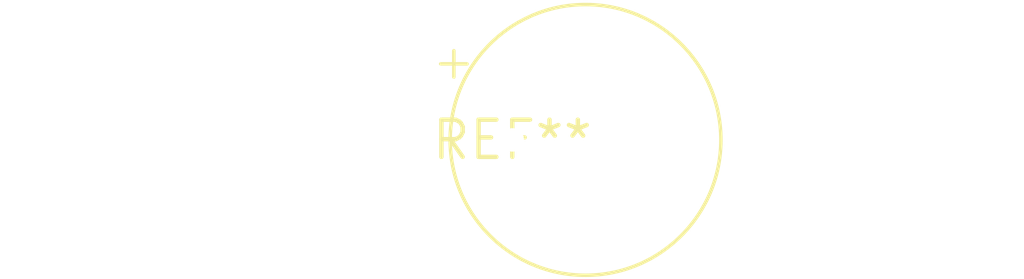
<source format=kicad_pcb>
(kicad_pcb (version 20240108) (generator pcbnew)
  (layers (0 "F.Cu" signal) (31 "B.Cu" signal) (34 "B.Paste" user) (35 "F.Paste" user) (36 "B.SilkS" user "B.Silkscreen") (37 "F.SilkS" user "F.Silkscreen") (38 "B.Mask" user) (39 "F.Mask" user) (44 "Edge.Cuts" user))
  (net 0 "")
  (footprint "CP_Radial_Tantal_D9.0mm_P5.00mm" (layer "F.Cu") (at 0 0)
    (property "Reference" "REF**")
    (property "Value" "CP_Radial_Tantal_D9.0mm_P5.00mm")
    (fp_line (start -2.444672 -2.595) (end -1.544672 -2.595) (layer "F.SilkS") (stroke (width 0.12)))
    (fp_line (start -1.994672 -3.045) (end -1.994672 -2.145) (layer "F.SilkS") (stroke (width 0.12)))
    (fp_circle (center 2.5 0) (end 7.12 0) (layer "F.SilkS") (stroke (width 0.12)) (fill none))
    (pad "1" thru_hole rect (at 0 0) (size 1.6 1.6) (drill 0.8) (layers *.Cu *.Mask) (remove_unused_layers))
    (pad "2" thru_hole circle (at 5 0) (size 1.6 1.6) (drill 0.8) (layers *.Cu *.Mask) (remove_unused_layers))
  )
)
</source>
